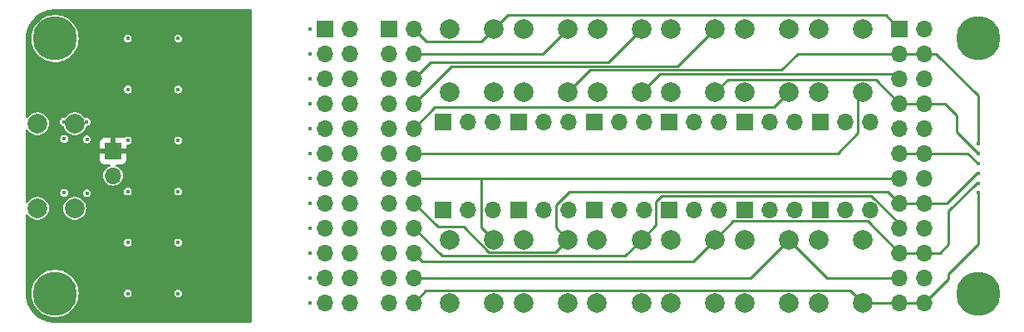
<source format=gbr>
%TF.GenerationSoftware,KiCad,Pcbnew,7.0.6*%
%TF.CreationDate,2023-08-04T15:36:23+02:00*%
%TF.ProjectId,Debug_BreakBoard,44656275-675f-4427-9265-616b426f6172,rev?*%
%TF.SameCoordinates,Original*%
%TF.FileFunction,Copper,L4,Bot*%
%TF.FilePolarity,Positive*%
%FSLAX46Y46*%
G04 Gerber Fmt 4.6, Leading zero omitted, Abs format (unit mm)*
G04 Created by KiCad (PCBNEW 7.0.6) date 2023-08-04 15:36:23*
%MOMM*%
%LPD*%
G01*
G04 APERTURE LIST*
%TA.AperFunction,ComponentPad*%
%ADD10R,1.700000X1.700000*%
%TD*%
%TA.AperFunction,ComponentPad*%
%ADD11O,1.700000X1.700000*%
%TD*%
%TA.AperFunction,ComponentPad*%
%ADD12C,4.500000*%
%TD*%
%TA.AperFunction,ComponentPad*%
%ADD13C,2.000000*%
%TD*%
%TA.AperFunction,ComponentPad*%
%ADD14C,2.010000*%
%TD*%
%TA.AperFunction,ViaPad*%
%ADD15C,0.450000*%
%TD*%
%TA.AperFunction,Conductor*%
%ADD16C,0.254000*%
%TD*%
G04 APERTURE END LIST*
D10*
%TO.P,J16,1,Pin_1*%
%TO.N,VDD*%
X177975000Y-58500000D03*
D11*
%TO.P,J16,2,Pin_2*%
%TO.N,Net-(J16-Pin_2)*%
X180515000Y-58500000D03*
%TO.P,J16,3,Pin_3*%
%TO.N,GND*%
X183055000Y-58500000D03*
%TD*%
D10*
%TO.P,J15,1,Pin_1*%
%TO.N,VDD*%
X170280000Y-58500000D03*
D11*
%TO.P,J15,2,Pin_2*%
%TO.N,Net-(J15-Pin_2)*%
X172820000Y-58500000D03*
%TO.P,J15,3,Pin_3*%
%TO.N,GND*%
X175360000Y-58500000D03*
%TD*%
D10*
%TO.P,J14,1,Pin_1*%
%TO.N,VDD*%
X162585000Y-58500000D03*
D11*
%TO.P,J14,2,Pin_2*%
%TO.N,Net-(J14-Pin_2)*%
X165125000Y-58500000D03*
%TO.P,J14,3,Pin_3*%
%TO.N,GND*%
X167665000Y-58500000D03*
%TD*%
D10*
%TO.P,J13,1,Pin_1*%
%TO.N,VDD*%
X154890000Y-58500000D03*
D11*
%TO.P,J13,2,Pin_2*%
%TO.N,Net-(J13-Pin_2)*%
X157430000Y-58500000D03*
%TO.P,J13,3,Pin_3*%
%TO.N,GND*%
X159970000Y-58500000D03*
%TD*%
D10*
%TO.P,J12,1,Pin_1*%
%TO.N,VDD*%
X147195000Y-58500000D03*
D11*
%TO.P,J12,2,Pin_2*%
%TO.N,Net-(J12-Pin_2)*%
X149735000Y-58500000D03*
%TO.P,J12,3,Pin_3*%
%TO.N,GND*%
X152275000Y-58500000D03*
%TD*%
%TO.P,J11,3,Pin_3*%
%TO.N,GND*%
X144580000Y-58500000D03*
%TO.P,J11,2,Pin_2*%
%TO.N,Net-(J11-Pin_2)*%
X142040000Y-58500000D03*
D10*
%TO.P,J11,1,Pin_1*%
%TO.N,VDD*%
X139500000Y-58500000D03*
%TD*%
%TO.P,J10,1,Pin_1*%
%TO.N,VDD*%
X177975000Y-67500000D03*
D11*
%TO.P,J10,2,Pin_2*%
%TO.N,Net-(J10-Pin_2)*%
X180515000Y-67500000D03*
%TO.P,J10,3,Pin_3*%
%TO.N,GND*%
X183055000Y-67500000D03*
%TD*%
D10*
%TO.P,J9,1,Pin_1*%
%TO.N,VDD*%
X170280000Y-67500000D03*
D11*
%TO.P,J9,2,Pin_2*%
%TO.N,Net-(J9-Pin_2)*%
X172820000Y-67500000D03*
%TO.P,J9,3,Pin_3*%
%TO.N,GND*%
X175360000Y-67500000D03*
%TD*%
D10*
%TO.P,J8,1,Pin_1*%
%TO.N,GND*%
X134000000Y-49000000D03*
D11*
%TO.P,J8,2,Pin_2*%
%TO.N,/1*%
X136540000Y-49000000D03*
%TO.P,J8,3,Pin_3*%
%TO.N,GND*%
X134000000Y-51540000D03*
%TO.P,J8,4,Pin_4*%
%TO.N,/2*%
X136540000Y-51540000D03*
%TO.P,J8,5,Pin_5*%
%TO.N,GND*%
X134000000Y-54080000D03*
%TO.P,J8,6,Pin_6*%
%TO.N,/3*%
X136540000Y-54080000D03*
%TO.P,J8,7,Pin_7*%
%TO.N,GND*%
X134000000Y-56620000D03*
%TO.P,J8,8,Pin_8*%
%TO.N,/4*%
X136540000Y-56620000D03*
%TO.P,J8,9,Pin_9*%
%TO.N,GND*%
X134000000Y-59160000D03*
%TO.P,J8,10,Pin_10*%
%TO.N,/5*%
X136540000Y-59160000D03*
%TO.P,J8,11,Pin_11*%
%TO.N,GND*%
X134000000Y-61700000D03*
%TO.P,J8,12,Pin_12*%
%TO.N,/6*%
X136540000Y-61700000D03*
%TO.P,J8,13,Pin_13*%
%TO.N,GND*%
X134000000Y-64240000D03*
%TO.P,J8,14,Pin_14*%
%TO.N,/7*%
X136540000Y-64240000D03*
%TO.P,J8,15,Pin_15*%
%TO.N,GND*%
X134000000Y-66780000D03*
%TO.P,J8,16,Pin_16*%
%TO.N,/8*%
X136540000Y-66780000D03*
%TO.P,J8,17,Pin_17*%
%TO.N,GND*%
X134000000Y-69320000D03*
%TO.P,J8,18,Pin_18*%
%TO.N,/9*%
X136540000Y-69320000D03*
%TO.P,J8,19,Pin_19*%
%TO.N,GND*%
X134000000Y-71860000D03*
%TO.P,J8,20,Pin_20*%
%TO.N,/10*%
X136540000Y-71860000D03*
%TO.P,J8,21,Pin_21*%
%TO.N,GND*%
X134000000Y-74400000D03*
%TO.P,J8,22,Pin_22*%
%TO.N,/11*%
X136540000Y-74400000D03*
%TO.P,J8,23,Pin_23*%
%TO.N,GND*%
X134000000Y-76940000D03*
%TO.P,J8,24,Pin_24*%
%TO.N,/12*%
X136540000Y-76940000D03*
%TD*%
D10*
%TO.P,J7,1,Pin_1*%
%TO.N,VDD*%
X162585000Y-67500000D03*
D11*
%TO.P,J7,2,Pin_2*%
%TO.N,Net-(J7-Pin_2)*%
X165125000Y-67500000D03*
%TO.P,J7,3,Pin_3*%
%TO.N,GND*%
X167665000Y-67500000D03*
%TD*%
D10*
%TO.P,J6,1,Pin_1*%
%TO.N,VDD*%
X154890000Y-67500000D03*
D11*
%TO.P,J6,2,Pin_2*%
%TO.N,Net-(J6-Pin_2)*%
X157430000Y-67500000D03*
%TO.P,J6,3,Pin_3*%
%TO.N,GND*%
X159970000Y-67500000D03*
%TD*%
D10*
%TO.P,J5,1,Pin_1*%
%TO.N,VDD*%
X147195000Y-67500000D03*
D11*
%TO.P,J5,2,Pin_2*%
%TO.N,Net-(J5-Pin_2)*%
X149735000Y-67500000D03*
%TO.P,J5,3,Pin_3*%
%TO.N,GND*%
X152275000Y-67500000D03*
%TD*%
D10*
%TO.P,J4,1,Pin_1*%
%TO.N,VDD*%
X127470000Y-49000000D03*
D11*
%TO.P,J4,2,Pin_2*%
%TO.N,/1*%
X130010000Y-49000000D03*
%TO.P,J4,3,Pin_3*%
%TO.N,VDD*%
X127470000Y-51540000D03*
%TO.P,J4,4,Pin_4*%
%TO.N,/2*%
X130010000Y-51540000D03*
%TO.P,J4,5,Pin_5*%
%TO.N,VDD*%
X127470000Y-54080000D03*
%TO.P,J4,6,Pin_6*%
%TO.N,/3*%
X130010000Y-54080000D03*
%TO.P,J4,7,Pin_7*%
%TO.N,VDD*%
X127470000Y-56620000D03*
%TO.P,J4,8,Pin_8*%
%TO.N,/4*%
X130010000Y-56620000D03*
%TO.P,J4,9,Pin_9*%
%TO.N,VDD*%
X127470000Y-59160000D03*
%TO.P,J4,10,Pin_10*%
%TO.N,/5*%
X130010000Y-59160000D03*
%TO.P,J4,11,Pin_11*%
%TO.N,VDD*%
X127470000Y-61700000D03*
%TO.P,J4,12,Pin_12*%
%TO.N,/6*%
X130010000Y-61700000D03*
%TO.P,J4,13,Pin_13*%
%TO.N,VDD*%
X127470000Y-64240000D03*
%TO.P,J4,14,Pin_14*%
%TO.N,/7*%
X130010000Y-64240000D03*
%TO.P,J4,15,Pin_15*%
%TO.N,VDD*%
X127470000Y-66780000D03*
%TO.P,J4,16,Pin_16*%
%TO.N,/8*%
X130010000Y-66780000D03*
%TO.P,J4,17,Pin_17*%
%TO.N,VDD*%
X127470000Y-69320000D03*
%TO.P,J4,18,Pin_18*%
%TO.N,/9*%
X130010000Y-69320000D03*
%TO.P,J4,19,Pin_19*%
%TO.N,VDD*%
X127470000Y-71860000D03*
%TO.P,J4,20,Pin_20*%
%TO.N,/10*%
X130010000Y-71860000D03*
%TO.P,J4,21,Pin_21*%
%TO.N,VDD*%
X127470000Y-74400000D03*
%TO.P,J4,22,Pin_22*%
%TO.N,/11*%
X130010000Y-74400000D03*
%TO.P,J4,23,Pin_23*%
%TO.N,VDD*%
X127470000Y-76940000D03*
%TO.P,J4,24,Pin_24*%
%TO.N,/12*%
X130010000Y-76940000D03*
%TD*%
%TO.P,J3,3,Pin_3*%
%TO.N,GND*%
X144580000Y-67500000D03*
%TO.P,J3,2,Pin_2*%
%TO.N,Net-(J3-Pin_2)*%
X142040000Y-67500000D03*
D10*
%TO.P,J3,1,Pin_1*%
%TO.N,VDD*%
X139500000Y-67500000D03*
%TD*%
%TO.P,J2,1,Pin_1*%
%TO.N,/1*%
X186000000Y-49000000D03*
D11*
%TO.P,J2,2,Pin_2*%
X188540000Y-49000000D03*
%TO.P,J2,3,Pin_3*%
%TO.N,/2*%
X186000000Y-51540000D03*
%TO.P,J2,4,Pin_4*%
X188540000Y-51540000D03*
%TO.P,J2,5,Pin_5*%
%TO.N,/3*%
X186000000Y-54080000D03*
%TO.P,J2,6,Pin_6*%
X188540000Y-54080000D03*
%TO.P,J2,7,Pin_7*%
%TO.N,/4*%
X186000000Y-56620000D03*
%TO.P,J2,8,Pin_8*%
X188540000Y-56620000D03*
%TO.P,J2,9,Pin_9*%
%TO.N,/5*%
X186000000Y-59160000D03*
%TO.P,J2,10,Pin_10*%
X188540000Y-59160000D03*
%TO.P,J2,11,Pin_11*%
%TO.N,/6*%
X186000000Y-61700000D03*
%TO.P,J2,12,Pin_12*%
X188540000Y-61700000D03*
%TO.P,J2,13,Pin_13*%
%TO.N,/7*%
X186000000Y-64240000D03*
%TO.P,J2,14,Pin_14*%
X188540000Y-64240000D03*
%TO.P,J2,15,Pin_15*%
%TO.N,/8*%
X186000000Y-66780000D03*
%TO.P,J2,16,Pin_16*%
X188540000Y-66780000D03*
%TO.P,J2,17,Pin_17*%
%TO.N,/9*%
X186000000Y-69320000D03*
%TO.P,J2,18,Pin_18*%
X188540000Y-69320000D03*
%TO.P,J2,19,Pin_19*%
%TO.N,/10*%
X186000000Y-71860000D03*
%TO.P,J2,20,Pin_20*%
X188540000Y-71860000D03*
%TO.P,J2,21,Pin_21*%
%TO.N,/11*%
X186000000Y-74400000D03*
%TO.P,J2,22,Pin_22*%
X188540000Y-74400000D03*
%TO.P,J2,23,Pin_23*%
%TO.N,/12*%
X186000000Y-76940000D03*
%TO.P,J2,24,Pin_24*%
X188540000Y-76940000D03*
%TD*%
D12*
%TO.P,H2,1,1*%
%TO.N,unconnected-(H2-Pad1)*%
X100000000Y-76000000D03*
%TD*%
D13*
%TO.P,SW8,1,1*%
%TO.N,Net-(J12-Pin_2)*%
X147726000Y-55500000D03*
X147726000Y-49000000D03*
%TO.P,SW8,2,2*%
%TO.N,/2*%
X152226000Y-55500000D03*
X152226000Y-49000000D03*
%TD*%
D12*
%TO.P,H1,1,1*%
%TO.N,unconnected-(H1-Pad1)*%
X100000000Y-50000000D03*
%TD*%
D13*
%TO.P,SW4,1,1*%
%TO.N,Net-(J7-Pin_2)*%
X162730000Y-77000000D03*
X162730000Y-70500000D03*
%TO.P,SW4,2,2*%
%TO.N,/10*%
X167230000Y-77000000D03*
X167230000Y-70500000D03*
%TD*%
%TO.P,SW5,1,1*%
%TO.N,Net-(J9-Pin_2)*%
X170240000Y-77000000D03*
X170240000Y-70500000D03*
%TO.P,SW5,2,2*%
%TO.N,/11*%
X174740000Y-77000000D03*
X174740000Y-70500000D03*
%TD*%
%TO.P,SW7,1,1*%
%TO.N,Net-(J11-Pin_2)*%
X140220000Y-55500000D03*
X140220000Y-49000000D03*
%TO.P,SW7,2,2*%
%TO.N,/1*%
X144720000Y-55500000D03*
X144720000Y-49000000D03*
%TD*%
%TO.P,SW6,1,1*%
%TO.N,Net-(J10-Pin_2)*%
X177750000Y-77000000D03*
X177750000Y-70500000D03*
%TO.P,SW6,2,2*%
%TO.N,/12*%
X182250000Y-77000000D03*
X182250000Y-70500000D03*
%TD*%
D10*
%TO.P,J17,1,Pin_1*%
%TO.N,P5V0*%
X105900000Y-61460000D03*
D11*
%TO.P,J17,2,Pin_2*%
%TO.N,GND*%
X105900000Y-64000000D03*
%TD*%
D13*
%TO.P,SW3,1,1*%
%TO.N,Net-(J6-Pin_2)*%
X155220000Y-77000000D03*
X155220000Y-70500000D03*
%TO.P,SW3,2,2*%
%TO.N,/9*%
X159720000Y-77000000D03*
X159720000Y-70500000D03*
%TD*%
%TO.P,SW10,1,1*%
%TO.N,Net-(J14-Pin_2)*%
X162738000Y-55500000D03*
X162738000Y-49000000D03*
%TO.P,SW10,2,2*%
%TO.N,/4*%
X167238000Y-55500000D03*
X167238000Y-49000000D03*
%TD*%
D12*
%TO.P,H4,1,1*%
%TO.N,unconnected-(H4-Pad1)*%
X194000000Y-76000000D03*
%TD*%
D13*
%TO.P,SW12,1,1*%
%TO.N,Net-(J16-Pin_2)*%
X177750000Y-55500000D03*
X177750000Y-49000000D03*
%TO.P,SW12,2,2*%
%TO.N,/6*%
X182250000Y-55500000D03*
X182250000Y-49000000D03*
%TD*%
D12*
%TO.P,H3,1,1*%
%TO.N,unconnected-(H3-Pad1)*%
X194000000Y-50000000D03*
%TD*%
D13*
%TO.P,SW1,1,1*%
%TO.N,Net-(J3-Pin_2)*%
X140200000Y-77000000D03*
X140200000Y-70500000D03*
%TO.P,SW1,2,2*%
%TO.N,/7*%
X144700000Y-77000000D03*
X144700000Y-70500000D03*
%TD*%
%TO.P,SW2,1,1*%
%TO.N,Net-(J5-Pin_2)*%
X147710000Y-77000000D03*
X147710000Y-70500000D03*
%TO.P,SW2,2,2*%
%TO.N,/8*%
X152210000Y-77000000D03*
X152210000Y-70500000D03*
%TD*%
D14*
%TO.P,P1,SH,SHIELD*%
%TO.N,GND*%
X102000000Y-58680000D03*
X98200000Y-58680000D03*
X102000000Y-67320000D03*
X98200000Y-67320000D03*
%TD*%
D13*
%TO.P,SW11,1,1*%
%TO.N,Net-(J15-Pin_2)*%
X170244000Y-55500000D03*
X170244000Y-49000000D03*
%TO.P,SW11,2,2*%
%TO.N,/5*%
X174744000Y-55500000D03*
X174744000Y-49000000D03*
%TD*%
%TO.P,SW9,1,1*%
%TO.N,Net-(J13-Pin_2)*%
X155232000Y-55500000D03*
X155232000Y-49000000D03*
%TO.P,SW9,2,2*%
%TO.N,/3*%
X159732000Y-55500000D03*
X159732000Y-49000000D03*
%TD*%
D15*
%TO.N,GND*%
X112537955Y-50000824D03*
X112537955Y-55200824D03*
X112537955Y-60400824D03*
X112537955Y-65600824D03*
X112537955Y-70800824D03*
X112537955Y-76000824D03*
X107400455Y-76000824D03*
X107400455Y-70800824D03*
X107400455Y-65600824D03*
X107400455Y-60400824D03*
X107400455Y-55200824D03*
X107400455Y-50000824D03*
X100917039Y-65729545D03*
X103242961Y-65770455D03*
X100917039Y-60229545D03*
X103242961Y-60270455D03*
%TO.N,P5V0*%
X100917039Y-64499545D03*
X103242961Y-64540455D03*
X117137500Y-49000000D03*
%TO.N,GND*%
X103214214Y-58500455D03*
%TO.N,P5V0*%
X112000000Y-64600000D03*
X112000000Y-75000000D03*
X117137500Y-59400000D03*
X112000000Y-54200000D03*
X112000000Y-69800000D03*
X117137500Y-64600000D03*
X103214214Y-61540455D03*
X117137500Y-54200000D03*
X112000000Y-59400000D03*
X117137500Y-69800000D03*
%TO.N,GND*%
X100880306Y-58476932D03*
%TO.N,P5V0*%
X117137500Y-75000000D03*
X112000000Y-49000000D03*
X100888292Y-61499545D03*
%TO.N,GND*%
X126000455Y-69364232D03*
X126000455Y-49000000D03*
X126000455Y-51545529D03*
X126000455Y-64273174D03*
X126000455Y-71909761D03*
X126000455Y-74455290D03*
X126000455Y-66818703D03*
X126000455Y-77000824D03*
X126000455Y-59182116D03*
X126000455Y-54091058D03*
X126000455Y-56636587D03*
X126000455Y-61727645D03*
%TO.N,/2*%
X194000000Y-60750000D03*
%TO.N,/4*%
X194000000Y-61750000D03*
%TO.N,/6*%
X194000000Y-62750000D03*
%TO.N,/8*%
X194000000Y-63750000D03*
%TO.N,/10*%
X194000000Y-64750000D03*
%TO.N,/12*%
X194000000Y-65750000D03*
%TD*%
D16*
%TO.N,/10*%
X186000000Y-71860000D02*
X182769400Y-68629400D01*
X182769400Y-68629400D02*
X169100599Y-68629400D01*
X169100599Y-68629400D02*
X167230000Y-70500000D01*
%TO.N,/9*%
X186000000Y-69320000D02*
X186000000Y-68847787D01*
X186000000Y-68847787D02*
X183159437Y-66007224D01*
X183159437Y-66007224D02*
X161818976Y-66007224D01*
X161818976Y-66007224D02*
X161200455Y-66625745D01*
X161200455Y-66625745D02*
X161200455Y-69019545D01*
X161200455Y-69019545D02*
X159720000Y-70500000D01*
%TO.N,/8*%
X186000000Y-66780000D02*
X184820824Y-65600824D01*
X184820824Y-65600824D02*
X152400455Y-65600824D01*
X152400455Y-65600824D02*
X151000455Y-67000824D01*
X151000455Y-67000824D02*
X151000455Y-69290455D01*
X151000455Y-69290455D02*
X152210000Y-70500000D01*
%TO.N,/7*%
X140200455Y-64240000D02*
X143439631Y-64240000D01*
X143450600Y-69250600D02*
X144700000Y-70500000D01*
X143439631Y-64240000D02*
X143450600Y-64250969D01*
X143450600Y-64250969D02*
X143450600Y-69250600D01*
X136540000Y-64240000D02*
X140200455Y-64240000D01*
X186000000Y-64240000D02*
X140200455Y-64240000D01*
%TO.N,/11*%
X186000000Y-74400000D02*
X178640000Y-74400000D01*
X178640000Y-74400000D02*
X174740000Y-70500000D01*
%TO.N,/4*%
X167238000Y-55500000D02*
X168517400Y-54220600D01*
X168517400Y-54220600D02*
X183600600Y-54220600D01*
X183600600Y-54220600D02*
X186000000Y-56620000D01*
%TO.N,/3*%
X159732000Y-55500000D02*
X161611976Y-53620024D01*
X161611976Y-53620024D02*
X185540024Y-53620024D01*
X185540024Y-53620024D02*
X186000000Y-54080000D01*
%TO.N,/2*%
X152226000Y-55500000D02*
X154512376Y-53213624D01*
X154512376Y-53213624D02*
X173987655Y-53213624D01*
X175661279Y-51540000D02*
X186000000Y-51540000D01*
X173987655Y-53213624D02*
X175661279Y-51540000D01*
%TO.N,/1*%
X186000000Y-49000000D02*
X184600824Y-47600824D01*
X184600824Y-47600824D02*
X146119176Y-47600824D01*
X146119176Y-47600824D02*
X144720000Y-49000000D01*
%TO.N,/12*%
X186000000Y-76940000D02*
X182310000Y-76940000D01*
X182310000Y-76940000D02*
X182250000Y-77000000D01*
X188540000Y-76940000D02*
X186000000Y-76940000D01*
X194000000Y-71001279D02*
X191000455Y-74000824D01*
X194000000Y-65750000D02*
X194000000Y-71001279D01*
X191000455Y-74000824D02*
X191000455Y-74479545D01*
X191000455Y-74479545D02*
X188540000Y-76940000D01*
%TO.N,/10*%
X194000000Y-64750000D02*
X193851279Y-64750000D01*
X193851279Y-64750000D02*
X191000455Y-67600824D01*
X191000455Y-67600824D02*
X191000455Y-71000824D01*
X191000455Y-71000824D02*
X190141279Y-71860000D01*
X190141279Y-71860000D02*
X186000000Y-71860000D01*
%TO.N,/8*%
X194000000Y-63750000D02*
X193851279Y-63750000D01*
X193851279Y-63750000D02*
X190821279Y-66780000D01*
X190821279Y-66780000D02*
X186000000Y-66780000D01*
%TO.N,/6*%
X194000000Y-62750000D02*
X192950000Y-61700000D01*
X192950000Y-61700000D02*
X186000000Y-61700000D01*
%TO.N,/4*%
X191800455Y-59550455D02*
X191800455Y-57800824D01*
X190619631Y-56620000D02*
X186000000Y-56620000D01*
X194000000Y-61750000D02*
X191800455Y-59550455D01*
X191800455Y-57800824D02*
X190619631Y-56620000D01*
%TO.N,/2*%
X194000000Y-60750000D02*
X194000000Y-55800369D01*
X194000000Y-55800369D02*
X189739631Y-51540000D01*
X189739631Y-51540000D02*
X186000000Y-51540000D01*
%TO.N,/6*%
X179701279Y-61700000D02*
X181800455Y-59600824D01*
X136540000Y-61700000D02*
X179701279Y-61700000D01*
X181800455Y-59600824D02*
X181800455Y-55949545D01*
X181800455Y-55949545D02*
X182250000Y-55500000D01*
%TO.N,/5*%
X136540000Y-59160000D02*
X138699176Y-57000824D01*
X173243176Y-57000824D02*
X174744000Y-55500000D01*
X138699176Y-57000824D02*
X173243176Y-57000824D01*
%TO.N,/4*%
X136540000Y-56620000D02*
X140352776Y-52807224D01*
X140352776Y-52807224D02*
X163430776Y-52807224D01*
X163430776Y-52807224D02*
X167238000Y-49000000D01*
%TO.N,/3*%
X136540000Y-54080000D02*
X138219176Y-52400824D01*
X138219176Y-52400824D02*
X156331176Y-52400824D01*
X156331176Y-52400824D02*
X159732000Y-49000000D01*
%TO.N,/2*%
X136540000Y-51540000D02*
X149686000Y-51540000D01*
X149686000Y-51540000D02*
X152226000Y-49000000D01*
%TO.N,/1*%
X136540000Y-49000000D02*
X137819400Y-50279400D01*
X137819400Y-50279400D02*
X143440600Y-50279400D01*
X143440600Y-50279400D02*
X144720000Y-49000000D01*
%TO.N,/12*%
X136540000Y-76940000D02*
X137759400Y-75720600D01*
X137759400Y-75720600D02*
X180970600Y-75720600D01*
X180970600Y-75720600D02*
X182250000Y-77000000D01*
%TO.N,/11*%
X136540000Y-74400000D02*
X170840000Y-74400000D01*
X170840000Y-74400000D02*
X174740000Y-70500000D01*
%TO.N,/10*%
X136540000Y-71860000D02*
X137390000Y-72710000D01*
X137390000Y-72710000D02*
X165020000Y-72710000D01*
X165020000Y-72710000D02*
X167230000Y-70500000D01*
%TO.N,/9*%
X136540000Y-69320000D02*
X139405800Y-72185800D01*
X139405800Y-72185800D02*
X158034200Y-72185800D01*
X158034200Y-72185800D02*
X159720000Y-70500000D01*
%TO.N,/8*%
X136540000Y-66780000D02*
X138980600Y-69220600D01*
X138980600Y-69220600D02*
X141611255Y-69220600D01*
X141611255Y-69220600D02*
X144170055Y-71779400D01*
X144170055Y-71779400D02*
X150930600Y-71779400D01*
X150930600Y-71779400D02*
X152210000Y-70500000D01*
%TD*%
%TA.AperFunction,Conductor*%
%TO.N,P5V0*%
G36*
X119876458Y-47000434D02*
G01*
X119943493Y-47020118D01*
X119989247Y-47072922D01*
X120000453Y-47124433D01*
X120000453Y-78876320D01*
X119980768Y-78943359D01*
X119927964Y-78989114D01*
X119876453Y-79000320D01*
X100002079Y-79000322D01*
X99998834Y-79000237D01*
X99862087Y-78993069D01*
X99683761Y-78983075D01*
X99677526Y-78982409D01*
X99520868Y-78957595D01*
X99362532Y-78930689D01*
X99356875Y-78929453D01*
X99258233Y-78903021D01*
X99201390Y-78887789D01*
X99111531Y-78861899D01*
X99048883Y-78843849D01*
X99043830Y-78842155D01*
X98892597Y-78784099D01*
X98746491Y-78723576D01*
X98742070Y-78721538D01*
X98680235Y-78690031D01*
X98597239Y-78647742D01*
X98458887Y-78571273D01*
X98455123Y-78569014D01*
X98318533Y-78480310D01*
X98189471Y-78388730D01*
X98186331Y-78386349D01*
X98060790Y-78284686D01*
X98058493Y-78282731D01*
X97941361Y-78178050D01*
X97938851Y-78175676D01*
X97824759Y-78061583D01*
X97822390Y-78059079D01*
X97717486Y-77941684D01*
X97715533Y-77939389D01*
X97614219Y-77814273D01*
X97611837Y-77811132D01*
X97519720Y-77681299D01*
X97431626Y-77545644D01*
X97429379Y-77541901D01*
X97352077Y-77402024D01*
X97279118Y-77258831D01*
X97277098Y-77254449D01*
X97215511Y-77105750D01*
X97158496Y-76957217D01*
X97156800Y-76952159D01*
X97137831Y-76886308D01*
X97111633Y-76795363D01*
X97071145Y-76644260D01*
X97069912Y-76638615D01*
X97041646Y-76472222D01*
X97018114Y-76323641D01*
X97017455Y-76317486D01*
X97006345Y-76119546D01*
X97000215Y-76002575D01*
X97000148Y-76000005D01*
X97592349Y-76000005D01*
X97611332Y-76301751D01*
X97627494Y-76386470D01*
X97667990Y-76598758D01*
X97682778Y-76644270D01*
X97761420Y-76886308D01*
X97761421Y-76886309D01*
X97761423Y-76886315D01*
X97890159Y-77159895D01*
X97890163Y-77159902D01*
X97890164Y-77159903D01*
X98052165Y-77415177D01*
X98244903Y-77648157D01*
X98465303Y-77855125D01*
X98465313Y-77855133D01*
X98709904Y-78032839D01*
X98709922Y-78032851D01*
X98974872Y-78178508D01*
X98974880Y-78178512D01*
X99238110Y-78282731D01*
X99255995Y-78289812D01*
X99548851Y-78365005D01*
X99611780Y-78372954D01*
X99848810Y-78402899D01*
X99848819Y-78402899D01*
X99848822Y-78402900D01*
X99848824Y-78402900D01*
X100151176Y-78402900D01*
X100151178Y-78402900D01*
X100151181Y-78402899D01*
X100151189Y-78402899D01*
X100330182Y-78380286D01*
X100451149Y-78365005D01*
X100744005Y-78289812D01*
X100896008Y-78229630D01*
X101025119Y-78178512D01*
X101025123Y-78178509D01*
X101025128Y-78178508D01*
X101232774Y-78064353D01*
X101290077Y-78032851D01*
X101290078Y-78032850D01*
X101290084Y-78032847D01*
X101534695Y-77855127D01*
X101755102Y-77648151D01*
X101947831Y-77415182D01*
X102109841Y-77159895D01*
X102238577Y-76886315D01*
X102332010Y-76598758D01*
X102388666Y-76301759D01*
X102407600Y-76000827D01*
X106994963Y-76000827D01*
X107014807Y-76126124D01*
X107014807Y-76126125D01*
X107014809Y-76126128D01*
X107072405Y-76239166D01*
X107072407Y-76239168D01*
X107072409Y-76239171D01*
X107162107Y-76328869D01*
X107162109Y-76328870D01*
X107162113Y-76328874D01*
X107275151Y-76386470D01*
X107275152Y-76386470D01*
X107275154Y-76386471D01*
X107400452Y-76406316D01*
X107400455Y-76406316D01*
X107400458Y-76406316D01*
X107525755Y-76386471D01*
X107525756Y-76386471D01*
X107525757Y-76386470D01*
X107525759Y-76386470D01*
X107638797Y-76328874D01*
X107728505Y-76239166D01*
X107786101Y-76126128D01*
X107786101Y-76126126D01*
X107786102Y-76126125D01*
X107786102Y-76126124D01*
X107805947Y-76000827D01*
X112132463Y-76000827D01*
X112152307Y-76126124D01*
X112152307Y-76126125D01*
X112152309Y-76126128D01*
X112209905Y-76239166D01*
X112209907Y-76239168D01*
X112209909Y-76239171D01*
X112299607Y-76328869D01*
X112299609Y-76328870D01*
X112299613Y-76328874D01*
X112412651Y-76386470D01*
X112412652Y-76386470D01*
X112412654Y-76386471D01*
X112537952Y-76406316D01*
X112537955Y-76406316D01*
X112537958Y-76406316D01*
X112663255Y-76386471D01*
X112663256Y-76386471D01*
X112663257Y-76386470D01*
X112663259Y-76386470D01*
X112776297Y-76328874D01*
X112866005Y-76239166D01*
X112923601Y-76126128D01*
X112923601Y-76126126D01*
X112923602Y-76126125D01*
X112923602Y-76126124D01*
X112943447Y-76000827D01*
X112943447Y-76000820D01*
X112923602Y-75875523D01*
X112923602Y-75875522D01*
X112923601Y-75875520D01*
X112866005Y-75762482D01*
X112866001Y-75762478D01*
X112866000Y-75762476D01*
X112776302Y-75672778D01*
X112776299Y-75672776D01*
X112776297Y-75672774D01*
X112663259Y-75615178D01*
X112663258Y-75615177D01*
X112663255Y-75615176D01*
X112537958Y-75595332D01*
X112537952Y-75595332D01*
X112412654Y-75615176D01*
X112412653Y-75615176D01*
X112337292Y-75653575D01*
X112299613Y-75672774D01*
X112299612Y-75672774D01*
X112299612Y-75672775D01*
X112299607Y-75672778D01*
X112209909Y-75762476D01*
X112209906Y-75762481D01*
X112152307Y-75875522D01*
X112152307Y-75875523D01*
X112132463Y-76000820D01*
X112132463Y-76000827D01*
X107805947Y-76000827D01*
X107805947Y-76000820D01*
X107786102Y-75875523D01*
X107786102Y-75875522D01*
X107786101Y-75875520D01*
X107728505Y-75762482D01*
X107728501Y-75762478D01*
X107728500Y-75762476D01*
X107638802Y-75672778D01*
X107638799Y-75672776D01*
X107638797Y-75672774D01*
X107525759Y-75615178D01*
X107525758Y-75615177D01*
X107525755Y-75615176D01*
X107400458Y-75595332D01*
X107400452Y-75595332D01*
X107275154Y-75615176D01*
X107275153Y-75615176D01*
X107199792Y-75653575D01*
X107162113Y-75672774D01*
X107162112Y-75672774D01*
X107162112Y-75672775D01*
X107162107Y-75672778D01*
X107072409Y-75762476D01*
X107072406Y-75762481D01*
X107014807Y-75875522D01*
X107014807Y-75875523D01*
X106994963Y-76000820D01*
X106994963Y-76000827D01*
X102407600Y-76000827D01*
X102407600Y-76000820D01*
X102407651Y-76000005D01*
X102407651Y-75999994D01*
X102388667Y-75698248D01*
X102388666Y-75698241D01*
X102332010Y-75401242D01*
X102238577Y-75113685D01*
X102109841Y-74840105D01*
X101947831Y-74584818D01*
X101755102Y-74351849D01*
X101755101Y-74351848D01*
X101755096Y-74351842D01*
X101534696Y-74144874D01*
X101534686Y-74144866D01*
X101290095Y-73967160D01*
X101290077Y-73967148D01*
X101025127Y-73821491D01*
X101025119Y-73821487D01*
X100744009Y-73710189D01*
X100716114Y-73703026D01*
X100451149Y-73634995D01*
X100451146Y-73634994D01*
X100451139Y-73634993D01*
X100151189Y-73597100D01*
X100151178Y-73597100D01*
X99848822Y-73597100D01*
X99848810Y-73597100D01*
X99548860Y-73634993D01*
X99548851Y-73634995D01*
X99255990Y-73710189D01*
X98974880Y-73821487D01*
X98974872Y-73821491D01*
X98709922Y-73967148D01*
X98709904Y-73967160D01*
X98465313Y-74144866D01*
X98465303Y-74144874D01*
X98244903Y-74351842D01*
X98052165Y-74584822D01*
X97890164Y-74840096D01*
X97890161Y-74840100D01*
X97890159Y-74840105D01*
X97761423Y-75113685D01*
X97761421Y-75113690D01*
X97761420Y-75113691D01*
X97672275Y-75388051D01*
X97667990Y-75401242D01*
X97636106Y-75568378D01*
X97611332Y-75698248D01*
X97592349Y-75999994D01*
X97592349Y-76000005D01*
X97000148Y-76000005D01*
X97000131Y-75999331D01*
X97000131Y-70800827D01*
X106994963Y-70800827D01*
X107014807Y-70926124D01*
X107014807Y-70926125D01*
X107014809Y-70926128D01*
X107072405Y-71039166D01*
X107072407Y-71039168D01*
X107072409Y-71039171D01*
X107162107Y-71128869D01*
X107162109Y-71128870D01*
X107162113Y-71128874D01*
X107275151Y-71186470D01*
X107275152Y-71186470D01*
X107275154Y-71186471D01*
X107400452Y-71206316D01*
X107400455Y-71206316D01*
X107400458Y-71206316D01*
X107525755Y-71186471D01*
X107525756Y-71186471D01*
X107525757Y-71186470D01*
X107525759Y-71186470D01*
X107638797Y-71128874D01*
X107728505Y-71039166D01*
X107786101Y-70926128D01*
X107786101Y-70926126D01*
X107786102Y-70926125D01*
X107786102Y-70926124D01*
X107805947Y-70800827D01*
X112132463Y-70800827D01*
X112152307Y-70926124D01*
X112152307Y-70926125D01*
X112152309Y-70926128D01*
X112209905Y-71039166D01*
X112209907Y-71039168D01*
X112209909Y-71039171D01*
X112299607Y-71128869D01*
X112299609Y-71128870D01*
X112299613Y-71128874D01*
X112412651Y-71186470D01*
X112412652Y-71186470D01*
X112412654Y-71186471D01*
X112537952Y-71206316D01*
X112537955Y-71206316D01*
X112537958Y-71206316D01*
X112663255Y-71186471D01*
X112663256Y-71186471D01*
X112663257Y-71186470D01*
X112663259Y-71186470D01*
X112776297Y-71128874D01*
X112866005Y-71039166D01*
X112923601Y-70926128D01*
X112923601Y-70926126D01*
X112923602Y-70926125D01*
X112923602Y-70926124D01*
X112943447Y-70800827D01*
X112943447Y-70800820D01*
X112923602Y-70675523D01*
X112923602Y-70675522D01*
X112923601Y-70675520D01*
X112866005Y-70562482D01*
X112866001Y-70562478D01*
X112866000Y-70562476D01*
X112776302Y-70472778D01*
X112776299Y-70472776D01*
X112776297Y-70472774D01*
X112663259Y-70415178D01*
X112663258Y-70415177D01*
X112663255Y-70415176D01*
X112537958Y-70395332D01*
X112537952Y-70395332D01*
X112412654Y-70415176D01*
X112412653Y-70415176D01*
X112337292Y-70453575D01*
X112299613Y-70472774D01*
X112299612Y-70472774D01*
X112299612Y-70472775D01*
X112299607Y-70472778D01*
X112209909Y-70562476D01*
X112209906Y-70562481D01*
X112152307Y-70675522D01*
X112152307Y-70675523D01*
X112132463Y-70800820D01*
X112132463Y-70800827D01*
X107805947Y-70800827D01*
X107805947Y-70800820D01*
X107786102Y-70675523D01*
X107786102Y-70675522D01*
X107786101Y-70675520D01*
X107728505Y-70562482D01*
X107728501Y-70562478D01*
X107728500Y-70562476D01*
X107638802Y-70472778D01*
X107638799Y-70472776D01*
X107638797Y-70472774D01*
X107525759Y-70415178D01*
X107525758Y-70415177D01*
X107525755Y-70415176D01*
X107400458Y-70395332D01*
X107400452Y-70395332D01*
X107275154Y-70415176D01*
X107275153Y-70415176D01*
X107199792Y-70453575D01*
X107162113Y-70472774D01*
X107162112Y-70472774D01*
X107162112Y-70472775D01*
X107162107Y-70472778D01*
X107072409Y-70562476D01*
X107072406Y-70562481D01*
X107014807Y-70675522D01*
X107014807Y-70675523D01*
X106994963Y-70800820D01*
X106994963Y-70800827D01*
X97000131Y-70800827D01*
X97000131Y-68022478D01*
X97019816Y-67955439D01*
X97072620Y-67909684D01*
X97141778Y-67899740D01*
X97205334Y-67928765D01*
X97223082Y-67947747D01*
X97340635Y-68103414D01*
X97340637Y-68103416D01*
X97340640Y-68103419D01*
X97499219Y-68247982D01*
X97499221Y-68247984D01*
X97681664Y-68360948D01*
X97681670Y-68360951D01*
X97721688Y-68376454D01*
X97881768Y-68438470D01*
X98092705Y-68477900D01*
X98092707Y-68477900D01*
X98307293Y-68477900D01*
X98307295Y-68477900D01*
X98518232Y-68438470D01*
X98718332Y-68360950D01*
X98900780Y-68247983D01*
X99059365Y-68103414D01*
X99188684Y-67932167D01*
X99284336Y-67740074D01*
X99343061Y-67533675D01*
X99362861Y-67320000D01*
X100837139Y-67320000D01*
X100856938Y-67533670D01*
X100915663Y-67740072D01*
X101011312Y-67932161D01*
X101011317Y-67932169D01*
X101140637Y-68103416D01*
X101140640Y-68103419D01*
X101299219Y-68247982D01*
X101299221Y-68247984D01*
X101481664Y-68360948D01*
X101481670Y-68360951D01*
X101521688Y-68376454D01*
X101681768Y-68438470D01*
X101892705Y-68477900D01*
X101892707Y-68477900D01*
X102107293Y-68477900D01*
X102107295Y-68477900D01*
X102318232Y-68438470D01*
X102518332Y-68360950D01*
X102700780Y-68247983D01*
X102859365Y-68103414D01*
X102988684Y-67932167D01*
X103084336Y-67740074D01*
X103143061Y-67533675D01*
X103162861Y-67320000D01*
X103143061Y-67106325D01*
X103084336Y-66899926D01*
X103001656Y-66733884D01*
X102988687Y-66707838D01*
X102988682Y-66707830D01*
X102920484Y-66617521D01*
X102859365Y-66536586D01*
X102859362Y-66536583D01*
X102859359Y-66536580D01*
X102700780Y-66392017D01*
X102700778Y-66392015D01*
X102518335Y-66279051D01*
X102518329Y-66279048D01*
X102369447Y-66221371D01*
X102318232Y-66201530D01*
X102318229Y-66201529D01*
X102318228Y-66201529D01*
X102233237Y-66185642D01*
X102107295Y-66162100D01*
X101892705Y-66162100D01*
X101795717Y-66180229D01*
X101681771Y-66201529D01*
X101681760Y-66201533D01*
X101481670Y-66279048D01*
X101481664Y-66279051D01*
X101299221Y-66392015D01*
X101299219Y-66392017D01*
X101140640Y-66536580D01*
X101140637Y-66536583D01*
X101011317Y-66707830D01*
X101011312Y-66707838D01*
X100915663Y-66899927D01*
X100856938Y-67106329D01*
X100837139Y-67319999D01*
X100837139Y-67320000D01*
X99362861Y-67320000D01*
X99343061Y-67106325D01*
X99284336Y-66899926D01*
X99201656Y-66733884D01*
X99188687Y-66707838D01*
X99188682Y-66707830D01*
X99120484Y-66617521D01*
X99059365Y-66536586D01*
X99059362Y-66536583D01*
X99059359Y-66536580D01*
X98900780Y-66392017D01*
X98900778Y-66392015D01*
X98718335Y-66279051D01*
X98718329Y-66279048D01*
X98569447Y-66221371D01*
X98518232Y-66201530D01*
X98518229Y-66201529D01*
X98518228Y-66201529D01*
X98433237Y-66185642D01*
X98307295Y-66162100D01*
X98092705Y-66162100D01*
X97995717Y-66180229D01*
X97881771Y-66201529D01*
X97881760Y-66201533D01*
X97681670Y-66279048D01*
X97681664Y-66279051D01*
X97499221Y-66392015D01*
X97499219Y-66392017D01*
X97340640Y-66536580D01*
X97340637Y-66536583D01*
X97223085Y-66692248D01*
X97166976Y-66733884D01*
X97097264Y-66738575D01*
X97036082Y-66704833D01*
X97002855Y-66643370D01*
X97000131Y-66617521D01*
X97000131Y-65729548D01*
X100511547Y-65729548D01*
X100531391Y-65854845D01*
X100531391Y-65854846D01*
X100531393Y-65854849D01*
X100588989Y-65967887D01*
X100588991Y-65967889D01*
X100588993Y-65967892D01*
X100678691Y-66057590D01*
X100678693Y-66057591D01*
X100678697Y-66057595D01*
X100791735Y-66115191D01*
X100791736Y-66115191D01*
X100791738Y-66115192D01*
X100917036Y-66135037D01*
X100917039Y-66135037D01*
X100917042Y-66135037D01*
X101042339Y-66115192D01*
X101042340Y-66115192D01*
X101042341Y-66115191D01*
X101042343Y-66115191D01*
X101155381Y-66057595D01*
X101245089Y-65967887D01*
X101302685Y-65854849D01*
X101302685Y-65854847D01*
X101302686Y-65854846D01*
X101302686Y-65854845D01*
X101316052Y-65770458D01*
X102837469Y-65770458D01*
X102857313Y-65895755D01*
X102857313Y-65895756D01*
X102857315Y-65895759D01*
X102914911Y-66008797D01*
X102914913Y-66008799D01*
X102914915Y-66008802D01*
X103004613Y-66098500D01*
X103004615Y-66098501D01*
X103004619Y-66098505D01*
X103117657Y-66156101D01*
X103117658Y-66156101D01*
X103117660Y-66156102D01*
X103242958Y-66175947D01*
X103242961Y-66175947D01*
X103242964Y-66175947D01*
X103368261Y-66156102D01*
X103368262Y-66156102D01*
X103368263Y-66156101D01*
X103368265Y-66156101D01*
X103481303Y-66098505D01*
X103571011Y-66008797D01*
X103628607Y-65895759D01*
X103628607Y-65895757D01*
X103628608Y-65895756D01*
X103628608Y-65895755D01*
X103648453Y-65770458D01*
X103648453Y-65770451D01*
X103628608Y-65645154D01*
X103628608Y-65645153D01*
X103628607Y-65645151D01*
X103606023Y-65600827D01*
X106994963Y-65600827D01*
X107014807Y-65726124D01*
X107014807Y-65726125D01*
X107033260Y-65762341D01*
X107072405Y-65839166D01*
X107072407Y-65839168D01*
X107072409Y-65839171D01*
X107162107Y-65928869D01*
X107162109Y-65928870D01*
X107162113Y-65928874D01*
X107275151Y-65986470D01*
X107275152Y-65986470D01*
X107275154Y-65986471D01*
X107400452Y-66006316D01*
X107400455Y-66006316D01*
X107400458Y-66006316D01*
X107525755Y-65986471D01*
X107525756Y-65986471D01*
X107525757Y-65986470D01*
X107525759Y-65986470D01*
X107638797Y-65928874D01*
X107728505Y-65839166D01*
X107786101Y-65726128D01*
X107786101Y-65726126D01*
X107786102Y-65726125D01*
X107786102Y-65726124D01*
X107805947Y-65600827D01*
X112132463Y-65600827D01*
X112152307Y-65726124D01*
X112152307Y-65726125D01*
X112170760Y-65762341D01*
X112209905Y-65839166D01*
X112209907Y-65839168D01*
X112209909Y-65839171D01*
X112299607Y-65928869D01*
X112299609Y-65928870D01*
X112299613Y-65928874D01*
X112412651Y-65986470D01*
X112412652Y-65986470D01*
X112412654Y-65986471D01*
X112537952Y-66006316D01*
X112537955Y-66006316D01*
X112537958Y-66006316D01*
X112663255Y-65986471D01*
X112663256Y-65986471D01*
X112663257Y-65986470D01*
X112663259Y-65986470D01*
X112776297Y-65928874D01*
X112866005Y-65839166D01*
X112923601Y-65726128D01*
X112923601Y-65726126D01*
X112923602Y-65726125D01*
X112923602Y-65726124D01*
X112943447Y-65600827D01*
X112943447Y-65600820D01*
X112923602Y-65475523D01*
X112923602Y-65475522D01*
X112906728Y-65442405D01*
X112866005Y-65362482D01*
X112866001Y-65362478D01*
X112866000Y-65362476D01*
X112776302Y-65272778D01*
X112776299Y-65272776D01*
X112776297Y-65272774D01*
X112663259Y-65215178D01*
X112663258Y-65215177D01*
X112663255Y-65215176D01*
X112537958Y-65195332D01*
X112537952Y-65195332D01*
X112412654Y-65215176D01*
X112412653Y-65215176D01*
X112337292Y-65253575D01*
X112299613Y-65272774D01*
X112299612Y-65272774D01*
X112299612Y-65272775D01*
X112299607Y-65272778D01*
X112209909Y-65362476D01*
X112209906Y-65362481D01*
X112152307Y-65475522D01*
X112152307Y-65475523D01*
X112132463Y-65600820D01*
X112132463Y-65600827D01*
X107805947Y-65600827D01*
X107805947Y-65600820D01*
X107786102Y-65475523D01*
X107786102Y-65475522D01*
X107769228Y-65442405D01*
X107728505Y-65362482D01*
X107728501Y-65362478D01*
X107728500Y-65362476D01*
X107638802Y-65272778D01*
X107638799Y-65272776D01*
X107638797Y-65272774D01*
X107525759Y-65215178D01*
X107525758Y-65215177D01*
X107525755Y-65215176D01*
X107400458Y-65195332D01*
X107400452Y-65195332D01*
X107275154Y-65215176D01*
X107275153Y-65215176D01*
X107199792Y-65253575D01*
X107162113Y-65272774D01*
X107162112Y-65272774D01*
X107162112Y-65272775D01*
X107162107Y-65272778D01*
X107072409Y-65362476D01*
X107072406Y-65362481D01*
X107014807Y-65475522D01*
X107014807Y-65475523D01*
X106994963Y-65600820D01*
X106994963Y-65600827D01*
X103606023Y-65600827D01*
X103571011Y-65532113D01*
X103571007Y-65532109D01*
X103571006Y-65532107D01*
X103481308Y-65442409D01*
X103481305Y-65442407D01*
X103481303Y-65442405D01*
X103368265Y-65384809D01*
X103368264Y-65384808D01*
X103368261Y-65384807D01*
X103242964Y-65364963D01*
X103242958Y-65364963D01*
X103117660Y-65384807D01*
X103117659Y-65384807D01*
X103042298Y-65423206D01*
X103004619Y-65442405D01*
X103004618Y-65442405D01*
X103004618Y-65442406D01*
X103004613Y-65442409D01*
X102914915Y-65532107D01*
X102914912Y-65532112D01*
X102857313Y-65645153D01*
X102857313Y-65645154D01*
X102837469Y-65770451D01*
X102837469Y-65770458D01*
X101316052Y-65770458D01*
X101322531Y-65729548D01*
X101322531Y-65729541D01*
X101302686Y-65604244D01*
X101302686Y-65604243D01*
X101300942Y-65600820D01*
X101245089Y-65491203D01*
X101245085Y-65491199D01*
X101245084Y-65491197D01*
X101155386Y-65401499D01*
X101155383Y-65401497D01*
X101155381Y-65401495D01*
X101042343Y-65343899D01*
X101042342Y-65343898D01*
X101042339Y-65343897D01*
X100917042Y-65324053D01*
X100917036Y-65324053D01*
X100791738Y-65343897D01*
X100791737Y-65343897D01*
X100716376Y-65382296D01*
X100678697Y-65401495D01*
X100678696Y-65401495D01*
X100678696Y-65401496D01*
X100678691Y-65401499D01*
X100588993Y-65491197D01*
X100588990Y-65491202D01*
X100531391Y-65604243D01*
X100531391Y-65604244D01*
X100511547Y-65729541D01*
X100511547Y-65729548D01*
X97000131Y-65729548D01*
X97000131Y-62357844D01*
X104550000Y-62357844D01*
X104556401Y-62417372D01*
X104556403Y-62417379D01*
X104606645Y-62552086D01*
X104606649Y-62552093D01*
X104692809Y-62667187D01*
X104692812Y-62667190D01*
X104807906Y-62753350D01*
X104807913Y-62753354D01*
X104942620Y-62803596D01*
X104942627Y-62803598D01*
X105002155Y-62809999D01*
X105002172Y-62810000D01*
X105532080Y-62810000D01*
X105599119Y-62829685D01*
X105644874Y-62882489D01*
X105654818Y-62951647D01*
X105625793Y-63015203D01*
X105568076Y-63052660D01*
X105514354Y-63068956D01*
X105340118Y-63162086D01*
X105187410Y-63287410D01*
X105062086Y-63440118D01*
X104968958Y-63614350D01*
X104911610Y-63803400D01*
X104892247Y-63999999D01*
X104911610Y-64196599D01*
X104911610Y-64196601D01*
X104911611Y-64196603D01*
X104968958Y-64385650D01*
X105062084Y-64559878D01*
X105062086Y-64559881D01*
X105187410Y-64712589D01*
X105340118Y-64837913D01*
X105340122Y-64837916D01*
X105514350Y-64931042D01*
X105703397Y-64988389D01*
X105900000Y-65007753D01*
X106096603Y-64988389D01*
X106285650Y-64931042D01*
X106459878Y-64837916D01*
X106612589Y-64712589D01*
X106737916Y-64559878D01*
X106831042Y-64385650D01*
X106888389Y-64196603D01*
X106907753Y-64000000D01*
X106888389Y-63803397D01*
X106831042Y-63614350D01*
X106737916Y-63440122D01*
X106737913Y-63440118D01*
X106612589Y-63287410D01*
X106459881Y-63162086D01*
X106459879Y-63162085D01*
X106459878Y-63162084D01*
X106285650Y-63068958D01*
X106285647Y-63068957D01*
X106285645Y-63068956D01*
X106231924Y-63052660D01*
X106173486Y-63014363D01*
X106145029Y-62950551D01*
X106155590Y-62881484D01*
X106201815Y-62829090D01*
X106267920Y-62810000D01*
X106797828Y-62810000D01*
X106797844Y-62809999D01*
X106857372Y-62803598D01*
X106857379Y-62803596D01*
X106992086Y-62753354D01*
X106992093Y-62753350D01*
X107107187Y-62667190D01*
X107107190Y-62667187D01*
X107193350Y-62552093D01*
X107193354Y-62552086D01*
X107243596Y-62417379D01*
X107243598Y-62417372D01*
X107249999Y-62357844D01*
X107250000Y-62357827D01*
X107250000Y-61710000D01*
X106333686Y-61710000D01*
X106359493Y-61669844D01*
X106400000Y-61531889D01*
X106400000Y-61388111D01*
X106359493Y-61250156D01*
X106333686Y-61210000D01*
X107250000Y-61210000D01*
X107250000Y-60927671D01*
X107269685Y-60860632D01*
X107322489Y-60814877D01*
X107391647Y-60804933D01*
X107393276Y-60805179D01*
X107400455Y-60806316D01*
X107474238Y-60794629D01*
X107525755Y-60786471D01*
X107525756Y-60786471D01*
X107525757Y-60786470D01*
X107525759Y-60786470D01*
X107638797Y-60728874D01*
X107728505Y-60639166D01*
X107786101Y-60526128D01*
X107786101Y-60526126D01*
X107786102Y-60526125D01*
X107786102Y-60526124D01*
X107805947Y-60400827D01*
X112132463Y-60400827D01*
X112152307Y-60526124D01*
X112152307Y-60526125D01*
X112152309Y-60526128D01*
X112209905Y-60639166D01*
X112209907Y-60639168D01*
X112209909Y-60639171D01*
X112299607Y-60728869D01*
X112299609Y-60728870D01*
X112299613Y-60728874D01*
X112412651Y-60786470D01*
X112412652Y-60786470D01*
X112412654Y-60786471D01*
X112537952Y-60806316D01*
X112537955Y-60806316D01*
X112537958Y-60806316D01*
X112663255Y-60786471D01*
X112663256Y-60786471D01*
X112663257Y-60786470D01*
X112663259Y-60786470D01*
X112776297Y-60728874D01*
X112866005Y-60639166D01*
X112923601Y-60526128D01*
X112923601Y-60526126D01*
X112923602Y-60526125D01*
X112923602Y-60526124D01*
X112943447Y-60400827D01*
X112943447Y-60400820D01*
X112923602Y-60275523D01*
X112923602Y-60275522D01*
X112921018Y-60270451D01*
X112866005Y-60162482D01*
X112866001Y-60162478D01*
X112866000Y-60162476D01*
X112776302Y-60072778D01*
X112776299Y-60072776D01*
X112776297Y-60072774D01*
X112663259Y-60015178D01*
X112663258Y-60015177D01*
X112663255Y-60015176D01*
X112537958Y-59995332D01*
X112537952Y-59995332D01*
X112412654Y-60015176D01*
X112412653Y-60015176D01*
X112337292Y-60053575D01*
X112299613Y-60072774D01*
X112299612Y-60072774D01*
X112299612Y-60072775D01*
X112299607Y-60072778D01*
X112209909Y-60162476D01*
X112209906Y-60162481D01*
X112152307Y-60275522D01*
X112152307Y-60275523D01*
X112132463Y-60400820D01*
X112132463Y-60400827D01*
X107805947Y-60400827D01*
X107805947Y-60400820D01*
X107786102Y-60275523D01*
X107786102Y-60275522D01*
X107783518Y-60270451D01*
X107728505Y-60162482D01*
X107728501Y-60162478D01*
X107728500Y-60162476D01*
X107638802Y-60072778D01*
X107638799Y-60072776D01*
X107638797Y-60072774D01*
X107525759Y-60015178D01*
X107525758Y-60015177D01*
X107525755Y-60015176D01*
X107400458Y-59995332D01*
X107400452Y-59995332D01*
X107275154Y-60015176D01*
X107275153Y-60015176D01*
X107199792Y-60053575D01*
X107162113Y-60072774D01*
X107162112Y-60072775D01*
X107162110Y-60072775D01*
X107103901Y-60130985D01*
X107042577Y-60164469D01*
X106972887Y-60159485D01*
X106857379Y-60116403D01*
X106857372Y-60116401D01*
X106797844Y-60110000D01*
X106150000Y-60110000D01*
X106150000Y-61024498D01*
X106042315Y-60975320D01*
X105935763Y-60960000D01*
X105864237Y-60960000D01*
X105757685Y-60975320D01*
X105650000Y-61024498D01*
X105650000Y-60110000D01*
X105002155Y-60110000D01*
X104942627Y-60116401D01*
X104942620Y-60116403D01*
X104807913Y-60166645D01*
X104807906Y-60166649D01*
X104692812Y-60252809D01*
X104692809Y-60252812D01*
X104606649Y-60367906D01*
X104606645Y-60367913D01*
X104556403Y-60502620D01*
X104556401Y-60502627D01*
X104550000Y-60562155D01*
X104550000Y-61210000D01*
X105466314Y-61210000D01*
X105440507Y-61250156D01*
X105400000Y-61388111D01*
X105400000Y-61531889D01*
X105440507Y-61669844D01*
X105466314Y-61710000D01*
X104550000Y-61710000D01*
X104550000Y-62357844D01*
X97000131Y-62357844D01*
X97000131Y-60229548D01*
X100511547Y-60229548D01*
X100531391Y-60354845D01*
X100531391Y-60354846D01*
X100531393Y-60354849D01*
X100588989Y-60467887D01*
X100588991Y-60467889D01*
X100588993Y-60467892D01*
X100678691Y-60557590D01*
X100678693Y-60557591D01*
X100678697Y-60557595D01*
X100791735Y-60615191D01*
X100791736Y-60615191D01*
X100791738Y-60615192D01*
X100917036Y-60635037D01*
X100917039Y-60635037D01*
X100917042Y-60635037D01*
X101042339Y-60615192D01*
X101042340Y-60615192D01*
X101042341Y-60615191D01*
X101042343Y-60615191D01*
X101155381Y-60557595D01*
X101245089Y-60467887D01*
X101302685Y-60354849D01*
X101302685Y-60354847D01*
X101302686Y-60354846D01*
X101302686Y-60354845D01*
X101316052Y-60270458D01*
X102837469Y-60270458D01*
X102857313Y-60395755D01*
X102857313Y-60395756D01*
X102859897Y-60400827D01*
X102914911Y-60508797D01*
X102914913Y-60508799D01*
X102914915Y-60508802D01*
X103004613Y-60598500D01*
X103004615Y-60598501D01*
X103004619Y-60598505D01*
X103117657Y-60656101D01*
X103117658Y-60656101D01*
X103117660Y-60656102D01*
X103242958Y-60675947D01*
X103242961Y-60675947D01*
X103242964Y-60675947D01*
X103368261Y-60656102D01*
X103368262Y-60656102D01*
X103368263Y-60656101D01*
X103368265Y-60656101D01*
X103481303Y-60598505D01*
X103571011Y-60508797D01*
X103628607Y-60395759D01*
X103628607Y-60395757D01*
X103628608Y-60395756D01*
X103628608Y-60395755D01*
X103648453Y-60270458D01*
X103648453Y-60270451D01*
X103628608Y-60145154D01*
X103628608Y-60145153D01*
X103613958Y-60116401D01*
X103571011Y-60032113D01*
X103571007Y-60032109D01*
X103571006Y-60032107D01*
X103481308Y-59942409D01*
X103481305Y-59942407D01*
X103481303Y-59942405D01*
X103368265Y-59884809D01*
X103368264Y-59884808D01*
X103368261Y-59884807D01*
X103242964Y-59864963D01*
X103242958Y-59864963D01*
X103117660Y-59884807D01*
X103117659Y-59884807D01*
X103042298Y-59923206D01*
X103004619Y-59942405D01*
X103004618Y-59942406D01*
X103004613Y-59942409D01*
X102914915Y-60032107D01*
X102914912Y-60032112D01*
X102857313Y-60145153D01*
X102857313Y-60145154D01*
X102837469Y-60270451D01*
X102837469Y-60270458D01*
X101316052Y-60270458D01*
X101322531Y-60229548D01*
X101322531Y-60229541D01*
X101302686Y-60104244D01*
X101302686Y-60104243D01*
X101302685Y-60104241D01*
X101245089Y-59991203D01*
X101245085Y-59991199D01*
X101245084Y-59991197D01*
X101155386Y-59901499D01*
X101155383Y-59901497D01*
X101155381Y-59901495D01*
X101042343Y-59843899D01*
X101042342Y-59843898D01*
X101042339Y-59843897D01*
X100917042Y-59824053D01*
X100917036Y-59824053D01*
X100791738Y-59843897D01*
X100791737Y-59843897D01*
X100716376Y-59882296D01*
X100678697Y-59901495D01*
X100678695Y-59901496D01*
X100678696Y-59901496D01*
X100678691Y-59901499D01*
X100588993Y-59991197D01*
X100588990Y-59991202D01*
X100588989Y-59991203D01*
X100576774Y-60015176D01*
X100531391Y-60104243D01*
X100531391Y-60104244D01*
X100511547Y-60229541D01*
X100511547Y-60229548D01*
X97000131Y-60229548D01*
X97000131Y-59382478D01*
X97019816Y-59315439D01*
X97072620Y-59269684D01*
X97141778Y-59259740D01*
X97205334Y-59288765D01*
X97223082Y-59307747D01*
X97340635Y-59463414D01*
X97340637Y-59463416D01*
X97340640Y-59463419D01*
X97499219Y-59607982D01*
X97499221Y-59607984D01*
X97681664Y-59720948D01*
X97681670Y-59720951D01*
X97721688Y-59736454D01*
X97881768Y-59798470D01*
X98092705Y-59837900D01*
X98092707Y-59837900D01*
X98307293Y-59837900D01*
X98307295Y-59837900D01*
X98518232Y-59798470D01*
X98718332Y-59720950D01*
X98900780Y-59607983D01*
X99059365Y-59463414D01*
X99188684Y-59292167D01*
X99284336Y-59100074D01*
X99343061Y-58893675D01*
X99362861Y-58680000D01*
X99344044Y-58476935D01*
X100474814Y-58476935D01*
X100494658Y-58602232D01*
X100494658Y-58602233D01*
X100513111Y-58638449D01*
X100552256Y-58715274D01*
X100552258Y-58715276D01*
X100552260Y-58715279D01*
X100641958Y-58804977D01*
X100641960Y-58804978D01*
X100641964Y-58804982D01*
X100755002Y-58862578D01*
X100774279Y-58865631D01*
X100837413Y-58895557D01*
X100874150Y-58954170D01*
X100915661Y-59100067D01*
X101011312Y-59292161D01*
X101011317Y-59292169D01*
X101140637Y-59463416D01*
X101140640Y-59463419D01*
X101299219Y-59607982D01*
X101299221Y-59607984D01*
X101481664Y-59720948D01*
X101481670Y-59720951D01*
X101521688Y-59736454D01*
X101681768Y-59798470D01*
X101892705Y-59837900D01*
X101892707Y-59837900D01*
X102107293Y-59837900D01*
X102107295Y-59837900D01*
X102318232Y-59798470D01*
X102518332Y-59720950D01*
X102700780Y-59607983D01*
X102859365Y-59463414D01*
X102988684Y-59292167D01*
X103084336Y-59100074D01*
X103114380Y-58994478D01*
X103151657Y-58935389D01*
X103214248Y-58905942D01*
X103339514Y-58886102D01*
X103339515Y-58886102D01*
X103339516Y-58886101D01*
X103339518Y-58886101D01*
X103452556Y-58828505D01*
X103542264Y-58738797D01*
X103599860Y-58625759D01*
X103599860Y-58625757D01*
X103599861Y-58625756D01*
X103599861Y-58625755D01*
X103608019Y-58574238D01*
X103619706Y-58500455D01*
X103611546Y-58448934D01*
X103599861Y-58375154D01*
X103599861Y-58375153D01*
X103587874Y-58351628D01*
X103542264Y-58262113D01*
X103542260Y-58262109D01*
X103542259Y-58262107D01*
X103452561Y-58172409D01*
X103452558Y-58172407D01*
X103452556Y-58172405D01*
X103339518Y-58114809D01*
X103339517Y-58114808D01*
X103339514Y-58114807D01*
X103214217Y-58094963D01*
X103214215Y-58094963D01*
X103214214Y-58094963D01*
X103146985Y-58105610D01*
X103104579Y-58112327D01*
X103035286Y-58103371D01*
X102986228Y-58064580D01*
X102920473Y-57977507D01*
X102859365Y-57896586D01*
X102859362Y-57896583D01*
X102859359Y-57896580D01*
X102700780Y-57752017D01*
X102700778Y-57752015D01*
X102518335Y-57639051D01*
X102518329Y-57639048D01*
X102369447Y-57581371D01*
X102318232Y-57561530D01*
X102318229Y-57561529D01*
X102318228Y-57561529D01*
X102233237Y-57545642D01*
X102107295Y-57522100D01*
X101892705Y-57522100D01*
X101795717Y-57540229D01*
X101681771Y-57561529D01*
X101681760Y-57561533D01*
X101481670Y-57639048D01*
X101481664Y-57639051D01*
X101299221Y-57752015D01*
X101299219Y-57752017D01*
X101140640Y-57896580D01*
X101140637Y-57896584D01*
X101039735Y-58030199D01*
X100983626Y-58071835D01*
X100921385Y-58077946D01*
X100902003Y-58074876D01*
X100880306Y-58071440D01*
X100880305Y-58071440D01*
X100880303Y-58071440D01*
X100755005Y-58091284D01*
X100755004Y-58091284D01*
X100679643Y-58129683D01*
X100641964Y-58148882D01*
X100641963Y-58148882D01*
X100641963Y-58148883D01*
X100641958Y-58148886D01*
X100552260Y-58238584D01*
X100552257Y-58238589D01*
X100552256Y-58238590D01*
X100533057Y-58276269D01*
X100494658Y-58351630D01*
X100494658Y-58351631D01*
X100474814Y-58476928D01*
X100474814Y-58476935D01*
X99344044Y-58476935D01*
X99343061Y-58466325D01*
X99284336Y-58259926D01*
X99206380Y-58103371D01*
X99188687Y-58067838D01*
X99188682Y-58067830D01*
X99120473Y-57977507D01*
X99059365Y-57896586D01*
X99059362Y-57896583D01*
X99059359Y-57896580D01*
X98900780Y-57752017D01*
X98900778Y-57752015D01*
X98718335Y-57639051D01*
X98718329Y-57639048D01*
X98569447Y-57581371D01*
X98518232Y-57561530D01*
X98518229Y-57561529D01*
X98518228Y-57561529D01*
X98433237Y-57545642D01*
X98307295Y-57522100D01*
X98092705Y-57522100D01*
X97995717Y-57540229D01*
X97881771Y-57561529D01*
X97881760Y-57561533D01*
X97681670Y-57639048D01*
X97681664Y-57639051D01*
X97499221Y-57752015D01*
X97499219Y-57752017D01*
X97340640Y-57896580D01*
X97340637Y-57896583D01*
X97223096Y-58052233D01*
X97166987Y-58093869D01*
X97097275Y-58098560D01*
X97036093Y-58064818D01*
X97002866Y-58003355D01*
X97000142Y-57977507D01*
X97000221Y-55200827D01*
X106994963Y-55200827D01*
X107014807Y-55326124D01*
X107014807Y-55326125D01*
X107014809Y-55326128D01*
X107072405Y-55439166D01*
X107072407Y-55439168D01*
X107072409Y-55439171D01*
X107162107Y-55528869D01*
X107162109Y-55528870D01*
X107162113Y-55528874D01*
X107275151Y-55586470D01*
X107275152Y-55586470D01*
X107275154Y-55586471D01*
X107400452Y-55606316D01*
X107400455Y-55606316D01*
X107400458Y-55606316D01*
X107525755Y-55586471D01*
X107525756Y-55586471D01*
X107525757Y-55586470D01*
X107525759Y-55586470D01*
X107638797Y-55528874D01*
X107728505Y-55439166D01*
X107786101Y-55326128D01*
X107786101Y-55326126D01*
X107786102Y-55326125D01*
X107786102Y-55326124D01*
X107805947Y-55200827D01*
X112132463Y-55200827D01*
X112152307Y-55326124D01*
X112152307Y-55326125D01*
X112152309Y-55326128D01*
X112209905Y-55439166D01*
X112209907Y-55439168D01*
X112209909Y-55439171D01*
X112299607Y-55528869D01*
X112299609Y-55528870D01*
X112299613Y-55528874D01*
X112412651Y-55586470D01*
X112412652Y-55586470D01*
X112412654Y-55586471D01*
X112537952Y-55606316D01*
X112537955Y-55606316D01*
X112537958Y-55606316D01*
X112663255Y-55586471D01*
X112663256Y-55586471D01*
X112663257Y-55586470D01*
X112663259Y-55586470D01*
X112776297Y-55528874D01*
X112866005Y-55439166D01*
X112923601Y-55326128D01*
X112923601Y-55326126D01*
X112923602Y-55326125D01*
X112923602Y-55326124D01*
X112943447Y-55200827D01*
X112943447Y-55200820D01*
X112923602Y-55075523D01*
X112923602Y-55075522D01*
X112923601Y-55075520D01*
X112866005Y-54962482D01*
X112866001Y-54962478D01*
X112866000Y-54962476D01*
X112776302Y-54872778D01*
X112776299Y-54872776D01*
X112776297Y-54872774D01*
X112663259Y-54815178D01*
X112663258Y-54815177D01*
X112663255Y-54815176D01*
X112537958Y-54795332D01*
X112537952Y-54795332D01*
X112412654Y-54815176D01*
X112412653Y-54815176D01*
X112337292Y-54853575D01*
X112299613Y-54872774D01*
X112299612Y-54872775D01*
X112299607Y-54872778D01*
X112209909Y-54962476D01*
X112209906Y-54962481D01*
X112152307Y-55075522D01*
X112152307Y-55075523D01*
X112132463Y-55200820D01*
X112132463Y-55200827D01*
X107805947Y-55200827D01*
X107805947Y-55200820D01*
X107786102Y-55075523D01*
X107786102Y-55075522D01*
X107786101Y-55075520D01*
X107728505Y-54962482D01*
X107728501Y-54962478D01*
X107728500Y-54962476D01*
X107638802Y-54872778D01*
X107638799Y-54872776D01*
X107638797Y-54872774D01*
X107525759Y-54815178D01*
X107525758Y-54815177D01*
X107525755Y-54815176D01*
X107400458Y-54795332D01*
X107400452Y-54795332D01*
X107275154Y-54815176D01*
X107275153Y-54815176D01*
X107199792Y-54853575D01*
X107162113Y-54872774D01*
X107162112Y-54872774D01*
X107162112Y-54872775D01*
X107162107Y-54872778D01*
X107072409Y-54962476D01*
X107072406Y-54962481D01*
X107014807Y-55075522D01*
X107014807Y-55075523D01*
X106994963Y-55200820D01*
X106994963Y-55200827D01*
X97000221Y-55200827D01*
X97000367Y-50052246D01*
X97000869Y-50050538D01*
X97000869Y-50001517D01*
X97000909Y-50000005D01*
X97592349Y-50000005D01*
X97611332Y-50301751D01*
X97627494Y-50386470D01*
X97667990Y-50598758D01*
X97667992Y-50598763D01*
X97761420Y-50886308D01*
X97761421Y-50886309D01*
X97761423Y-50886315D01*
X97890159Y-51159895D01*
X97890163Y-51159902D01*
X97890164Y-51159903D01*
X98052165Y-51415177D01*
X98244903Y-51648157D01*
X98465303Y-51855125D01*
X98465313Y-51855133D01*
X98709904Y-52032839D01*
X98709922Y-52032851D01*
X98974872Y-52178508D01*
X98974880Y-52178512D01*
X99249277Y-52287152D01*
X99255995Y-52289812D01*
X99548851Y-52365005D01*
X99611780Y-52372954D01*
X99848810Y-52402899D01*
X99848819Y-52402899D01*
X99848822Y-52402900D01*
X99848824Y-52402900D01*
X100151176Y-52402900D01*
X100151178Y-52402900D01*
X100151181Y-52402899D01*
X100151189Y-52402899D01*
X100330182Y-52380286D01*
X100451149Y-52365005D01*
X100744005Y-52289812D01*
X100881207Y-52235489D01*
X101025119Y-52178512D01*
X101025123Y-52178509D01*
X101025128Y-52178508D01*
X101290084Y-52032847D01*
X101534695Y-51855127D01*
X101755102Y-51648151D01*
X101947831Y-51415182D01*
X102109841Y-51159895D01*
X102238577Y-50886315D01*
X102332010Y-50598758D01*
X102388666Y-50301759D01*
X102404472Y-50050538D01*
X102407599Y-50000827D01*
X106994963Y-50000827D01*
X107014807Y-50126124D01*
X107014807Y-50126125D01*
X107014809Y-50126128D01*
X107072405Y-50239166D01*
X107072407Y-50239168D01*
X107072409Y-50239171D01*
X107162107Y-50328869D01*
X107162109Y-50328870D01*
X107162113Y-50328874D01*
X107275151Y-50386470D01*
X107275152Y-50386470D01*
X107275154Y-50386471D01*
X107400452Y-50406316D01*
X107400455Y-50406316D01*
X107400458Y-50406316D01*
X107525755Y-50386471D01*
X107525756Y-50386471D01*
X107525757Y-50386470D01*
X107525759Y-50386470D01*
X107638797Y-50328874D01*
X107728505Y-50239166D01*
X107786101Y-50126128D01*
X107786101Y-50126126D01*
X107786102Y-50126125D01*
X107786102Y-50126124D01*
X107805947Y-50000827D01*
X112132463Y-50000827D01*
X112152307Y-50126124D01*
X112152307Y-50126125D01*
X112152309Y-50126128D01*
X112209905Y-50239166D01*
X112209907Y-50239168D01*
X112209909Y-50239171D01*
X112299607Y-50328869D01*
X112299609Y-50328870D01*
X112299613Y-50328874D01*
X112412651Y-50386470D01*
X112412652Y-50386470D01*
X112412654Y-50386471D01*
X112537952Y-50406316D01*
X112537955Y-50406316D01*
X112537958Y-50406316D01*
X112663255Y-50386471D01*
X112663256Y-50386471D01*
X112663257Y-50386470D01*
X112663259Y-50386470D01*
X112776297Y-50328874D01*
X112866005Y-50239166D01*
X112923601Y-50126128D01*
X112923601Y-50126126D01*
X112923602Y-50126125D01*
X112923602Y-50126124D01*
X112943447Y-50000827D01*
X112943447Y-50000820D01*
X112923602Y-49875523D01*
X112923602Y-49875522D01*
X112921378Y-49871157D01*
X112866005Y-49762482D01*
X112866001Y-49762478D01*
X112866000Y-49762476D01*
X112776302Y-49672778D01*
X112776299Y-49672776D01*
X112776297Y-49672774D01*
X112663259Y-49615178D01*
X112663258Y-49615177D01*
X112663255Y-49615176D01*
X112537958Y-49595332D01*
X112537952Y-49595332D01*
X112412654Y-49615176D01*
X112412653Y-49615176D01*
X112337292Y-49653575D01*
X112299613Y-49672774D01*
X112299612Y-49672775D01*
X112299607Y-49672778D01*
X112209909Y-49762476D01*
X112209906Y-49762481D01*
X112152307Y-49875522D01*
X112152307Y-49875523D01*
X112132463Y-50000820D01*
X112132463Y-50000827D01*
X107805947Y-50000827D01*
X107805947Y-50000820D01*
X107786102Y-49875523D01*
X107786102Y-49875522D01*
X107783878Y-49871157D01*
X107728505Y-49762482D01*
X107728501Y-49762478D01*
X107728500Y-49762476D01*
X107638802Y-49672778D01*
X107638799Y-49672776D01*
X107638797Y-49672774D01*
X107525759Y-49615178D01*
X107525758Y-49615177D01*
X107525755Y-49615176D01*
X107400458Y-49595332D01*
X107400452Y-49595332D01*
X107275154Y-49615176D01*
X107275153Y-49615176D01*
X107199792Y-49653575D01*
X107162113Y-49672774D01*
X107162112Y-49672774D01*
X107162112Y-49672775D01*
X107162107Y-49672778D01*
X107072409Y-49762476D01*
X107072406Y-49762481D01*
X107014807Y-49875522D01*
X107014807Y-49875523D01*
X106994963Y-50000820D01*
X106994963Y-50000827D01*
X102407599Y-50000827D01*
X102407651Y-50000005D01*
X102407651Y-49999994D01*
X102388667Y-49698248D01*
X102384467Y-49676230D01*
X102332010Y-49401242D01*
X102238577Y-49113685D01*
X102109841Y-48840105D01*
X101947831Y-48584818D01*
X101755102Y-48351849D01*
X101755101Y-48351848D01*
X101755096Y-48351842D01*
X101534696Y-48144874D01*
X101534686Y-48144866D01*
X101290095Y-47967160D01*
X101290077Y-47967148D01*
X101025127Y-47821491D01*
X101025119Y-47821487D01*
X100744009Y-47710189D01*
X100567449Y-47664856D01*
X100451149Y-47634995D01*
X100451146Y-47634994D01*
X100451139Y-47634993D01*
X100151189Y-47597100D01*
X100151178Y-47597100D01*
X99848822Y-47597100D01*
X99848810Y-47597100D01*
X99548860Y-47634993D01*
X99548851Y-47634995D01*
X99255990Y-47710189D01*
X98974880Y-47821487D01*
X98974872Y-47821491D01*
X98709922Y-47967148D01*
X98709904Y-47967160D01*
X98465313Y-48144866D01*
X98465303Y-48144874D01*
X98244903Y-48351842D01*
X98052165Y-48584822D01*
X97890164Y-48840096D01*
X97890161Y-48840100D01*
X97890159Y-48840105D01*
X97792504Y-49047634D01*
X97761421Y-49113690D01*
X97761420Y-49113691D01*
X97726154Y-49222231D01*
X97667990Y-49401242D01*
X97643758Y-49528271D01*
X97611332Y-49698248D01*
X97592349Y-49999994D01*
X97592349Y-50000005D01*
X97000909Y-50000005D01*
X97000954Y-49998269D01*
X97007620Y-49871157D01*
X97018250Y-49682433D01*
X97018913Y-49676242D01*
X97042366Y-49528199D01*
X97070743Y-49361214D01*
X97071966Y-49355620D01*
X97112192Y-49205509D01*
X97157680Y-49047634D01*
X97159353Y-49042647D01*
X97215909Y-48895323D01*
X97278045Y-48745324D01*
X97280038Y-48740999D01*
X97352323Y-48599140D01*
X97430412Y-48457857D01*
X97432661Y-48454111D01*
X97519803Y-48319931D01*
X97545478Y-48283745D01*
X97613033Y-48188539D01*
X97615349Y-48185484D01*
X97715516Y-48061792D01*
X97717364Y-48059620D01*
X97823755Y-47940570D01*
X97826082Y-47938110D01*
X97938685Y-47825510D01*
X97941110Y-47823217D01*
X98060149Y-47716840D01*
X98062371Y-47714950D01*
X98186003Y-47614836D01*
X98189123Y-47612470D01*
X98320475Y-47519271D01*
X98454672Y-47432124D01*
X98458425Y-47429872D01*
X98599701Y-47351791D01*
X98741541Y-47279520D01*
X98745880Y-47277519D01*
X98895842Y-47215401D01*
X99043216Y-47158829D01*
X99048219Y-47157153D01*
X99206061Y-47111678D01*
X99356188Y-47071451D01*
X99361803Y-47070225D01*
X99528737Y-47041860D01*
X99676798Y-47018408D01*
X99682993Y-47017745D01*
X99878924Y-47006739D01*
X99997966Y-47000498D01*
X100001208Y-47000414D01*
X119876458Y-47000434D01*
G37*
%TD.AperFunction*%
%TD*%
M02*

</source>
